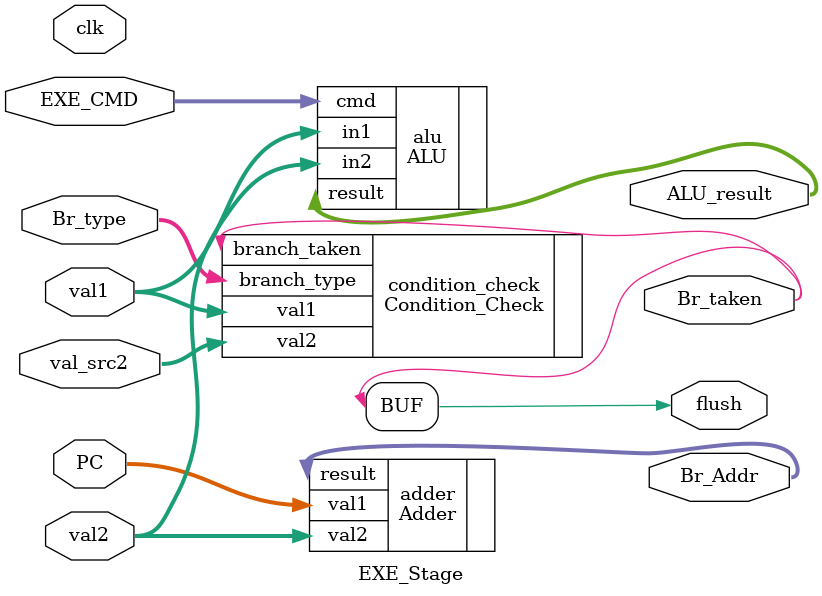
<source format=v>
module EXE_Stage(
        input clk,
        
        input [3:0] EXE_CMD,
        input [31:0] val1,
        input [31:0] val2,
        input [31:0] val_src2,
        input [1:0] Br_type,
        input [31:0] PC,

        output [31:0] ALU_result,
        output [31:0] Br_Addr,
        output Br_taken,
        output flush
);
    Adder adder(
            .val1(PC),
            .val2(val2),
            .result(Br_Addr)
    );

    Condition_Check condition_check(
            .val1(val1),
            .val2(val_src2),
            .branch_type(Br_type),
            .branch_taken(Br_taken)
    );

    ALU alu(
            .in1(val1),
            .in2(val2),
            .cmd(EXE_CMD),
            .result(ALU_result)
    );

    assign flush = Br_taken;
endmodule

</source>
